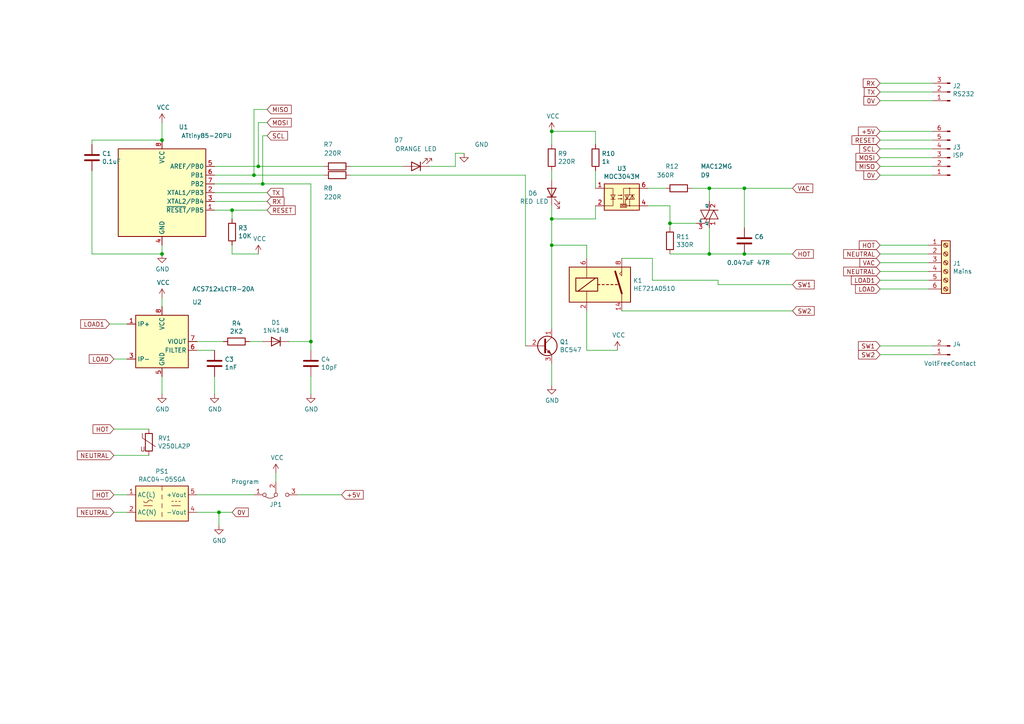
<source format=kicad_sch>
(kicad_sch (version 20211123) (generator eeschema)
  (paper "A4")
  (lib_symbols
    (symbol "Connector:Conn_01x02_Male" (pin_names (offset 1.016) hide)
      (property "Reference" "J" (at 0 2.54 0))
      (property "Value" "Conn_01x02_Male" (at 0 -5.08 0))
      (symbol "Conn_01x02_Male_1_1"
        (polyline (pts (xy 1.27 -2.54) (xy 0.8636 -2.54)) (stroke (width 0.1524)))
        (polyline (pts (xy 1.27 0) (xy 0.8636 0)) (stroke (width 0.1524)))
        (rectangle (start 0.8636 -2.413) (end 0 -2.667) (stroke (width 0.1524)) (fill (type outline)))
        (rectangle (start 0.8636 0.127) (end 0 -0.127) (stroke (width 0.1524)) (fill (type outline)))
        (pin passive line (at 5.08 0 180) (length 3.81) (name "Pin_1") (number "1"))
        (pin passive line (at 5.08 -2.54 180) (length 3.81) (name "Pin_2") (number "2"))
      )
    )
    (symbol "Connector:Conn_01x03_Male" (pin_names (offset 1.016) hide)
      (property "Reference" "J" (at 0 5.08 0))
      (property "Value" "Conn_01x03_Male" (at 0 -5.08 0))
      (symbol "Conn_01x03_Male_1_1"
        (polyline (pts (xy 1.27 -2.54) (xy 0.8636 -2.54)) (stroke (width 0.1524)))
        (polyline (pts (xy 1.27 0) (xy 0.8636 0)) (stroke (width 0.1524)))
        (polyline (pts (xy 1.27 2.54) (xy 0.8636 2.54)) (stroke (width 0.1524)))
        (rectangle (start 0.8636 -2.413) (end 0 -2.667) (stroke (width 0.1524)) (fill (type outline)))
        (rectangle (start 0.8636 0.127) (end 0 -0.127) (stroke (width 0.1524)) (fill (type outline)))
        (rectangle (start 0.8636 2.667) (end 0 2.413) (stroke (width 0.1524)) (fill (type outline)))
        (pin passive line (at 5.08 2.54 180) (length 3.81) (name "Pin_1") (number "1"))
        (pin passive line (at 5.08 0 180) (length 3.81) (name "Pin_2") (number "2"))
        (pin passive line (at 5.08 -2.54 180) (length 3.81) (name "Pin_3") (number "3"))
      )
    )
    (symbol "Connector:Conn_01x06_Male" (pin_names (offset 1.016) hide)
      (property "Reference" "J" (at 0 7.62 0))
      (property "Value" "Conn_01x06_Male" (at 0 -10.16 0))
      (symbol "Conn_01x06_Male_1_1"
        (polyline (pts (xy 1.27 -7.62) (xy 0.8636 -7.62)) (stroke (width 0.1524)))
        (polyline (pts (xy 1.27 -5.08) (xy 0.8636 -5.08)) (stroke (width 0.1524)))
        (polyline (pts (xy 1.27 -2.54) (xy 0.8636 -2.54)) (stroke (width 0.1524)))
        (polyline (pts (xy 1.27 0) (xy 0.8636 0)) (stroke (width 0.1524)))
        (polyline (pts (xy 1.27 2.54) (xy 0.8636 2.54)) (stroke (width 0.1524)))
        (polyline (pts (xy 1.27 5.08) (xy 0.8636 5.08)) (stroke (width 0.1524)))
        (rectangle (start 0.8636 -7.493) (end 0 -7.747) (stroke (width 0.1524)) (fill (type outline)))
        (rectangle (start 0.8636 -4.953) (end 0 -5.207) (stroke (width 0.1524)) (fill (type outline)))
        (rectangle (start 0.8636 -2.413) (end 0 -2.667) (stroke (width 0.1524)) (fill (type outline)))
        (rectangle (start 0.8636 0.127) (end 0 -0.127) (stroke (width 0.1524)) (fill (type outline)))
        (rectangle (start 0.8636 2.667) (end 0 2.413) (stroke (width 0.1524)) (fill (type outline)))
        (rectangle (start 0.8636 5.207) (end 0 4.953) (stroke (width 0.1524)) (fill (type outline)))
        (pin passive line (at 5.08 5.08 180) (length 3.81) (name "Pin_1") (number "1"))
        (pin passive line (at 5.08 2.54 180) (length 3.81) (name "Pin_2") (number "2"))
        (pin passive line (at 5.08 0 180) (length 3.81) (name "Pin_3") (number "3"))
        (pin passive line (at 5.08 -2.54 180) (length 3.81) (name "Pin_4") (number "4"))
        (pin passive line (at 5.08 -5.08 180) (length 3.81) (name "Pin_5") (number "5"))
        (pin passive line (at 5.08 -7.62 180) (length 3.81) (name "Pin_6") (number "6"))
      )
    )
    (symbol "Connector:Screw_Terminal_01x06" (pin_names (offset 1.016) hide)
      (property "Reference" "J" (at 0 7.62 0))
      (property "Value" "Screw_Terminal_01x06" (at 0 -10.16 0))
      (symbol "Screw_Terminal_01x06_1_1"
        (rectangle (start -1.27 6.35) (end 1.27 -8.89) (stroke (width 0.254)) (fill (type background)))
        (circle (center 0 -7.62) (radius 0.635) (stroke (width 0.1524)))
        (circle (center 0 -5.08) (radius 0.635) (stroke (width 0.1524)))
        (circle (center 0 -2.54) (radius 0.635) (stroke (width 0.1524)))
        (polyline (pts (xy -0.5334 -7.2898) (xy 0.3302 -8.128)) (stroke (width 0.1524)))
        (polyline (pts (xy -0.5334 -4.7498) (xy 0.3302 -5.588)) (stroke (width 0.1524)))
        (polyline (pts (xy -0.5334 -2.2098) (xy 0.3302 -3.048)) (stroke (width 0.1524)))
        (polyline (pts (xy -0.5334 0.3302) (xy 0.3302 -0.508)) (stroke (width 0.1524)))
        (polyline (pts (xy -0.5334 2.8702) (xy 0.3302 2.032)) (stroke (width 0.1524)))
        (polyline (pts (xy -0.5334 5.4102) (xy 0.3302 4.572)) (stroke (width 0.1524)))
        (polyline (pts (xy -0.3556 -7.112) (xy 0.508 -7.9502)) (stroke (width 0.1524)))
        (polyline (pts (xy -0.3556 -4.572) (xy 0.508 -5.4102)) (stroke (width 0.1524)))
        (polyline (pts (xy -0.3556 -2.032) (xy 0.508 -2.8702)) (stroke (width 0.1524)))
        (polyline (pts (xy -0.3556 0.508) (xy 0.508 -0.3302)) (stroke (width 0.1524)))
        (polyline (pts (xy -0.3556 3.048) (xy 0.508 2.2098)) (stroke (width 0.1524)))
        (polyline (pts (xy -0.3556 5.588) (xy 0.508 4.7498)) (stroke (width 0.1524)))
        (circle (center 0 0) (radius 0.635) (stroke (width 0.1524)))
        (circle (center 0 2.54) (radius 0.635) (stroke (width 0.1524)))
        (circle (center 0 5.08) (radius 0.635) (stroke (width 0.1524)))
        (pin passive line (at -5.08 5.08 0) (length 3.81) (name "Pin_1") (number "1"))
        (pin passive line (at -5.08 2.54 0) (length 3.81) (name "Pin_2") (number "2"))
        (pin passive line (at -5.08 0 0) (length 3.81) (name "Pin_3") (number "3"))
        (pin passive line (at -5.08 -2.54 0) (length 3.81) (name "Pin_4") (number "4"))
        (pin passive line (at -5.08 -5.08 0) (length 3.81) (name "Pin_5") (number "5"))
        (pin passive line (at -5.08 -7.62 0) (length 3.81) (name "Pin_6") (number "6"))
      )
    )
    (symbol "Converter_ACDC:RAC04-05SGA"
      (property "Reference" "PS" (at 0 6.35 0))
      (property "Value" "RAC04-05SGA" (at 0 -6.35 0))
      (symbol "RAC04-05SGA_1_1"
        (rectangle (start -7.62 5.08) (end 7.62 -5.08) (stroke (width 0.254)) (fill (type background)))
        (arc (start -5.334 0.635) (mid -4.699 0.2495) (end -4.064 0.635))
        (arc (start -2.794 0.635) (mid -3.429 1.0072) (end -4.064 0.635))
        (polyline (pts (xy -5.334 -0.635) (xy -2.794 -0.635)))
        (polyline (pts (xy 0 -2.54) (xy 0 -3.81)))
        (polyline (pts (xy 0 0) (xy 0 -1.27)))
        (polyline (pts (xy 0 2.54) (xy 0 1.27)))
        (polyline (pts (xy 0 5.08) (xy 0 3.81)))
        (polyline (pts (xy 2.794 -0.635) (xy 5.334 -0.635)))
        (polyline (pts (xy 2.794 0.635) (xy 3.302 0.635)))
        (polyline (pts (xy 3.81 0.635) (xy 4.318 0.635)))
        (polyline (pts (xy 4.826 0.635) (xy 5.334 0.635)))
        (pin power_in line (at -10.16 2.54 0) (length 2.54) (name "AC(L)") (number "1"))
        (pin power_in line (at -10.16 -2.54 0) (length 2.54) (name "AC(N)") (number "2"))
        (pin no_connect line (at 7.62 0 180) (length 2.54) hide (name "NC") (number "3"))
        (pin power_out line (at 10.16 -2.54 180) (length 2.54) (name "-Vout") (number "4"))
        (pin power_out line (at 10.16 2.54 180) (length 2.54) (name "+Vout") (number "5"))
      )
    )
    (symbol "Device:C" (pin_numbers hide) (pin_names (offset 0.254))
      (property "Reference" "C" (at 0.635 2.54 0))
      (property "Value" "C" (at 0.635 -2.54 0))
      (symbol "C_0_1"
        (polyline (pts (xy -2.032 -0.762) (xy 2.032 -0.762)) (stroke (width 0.508)))
        (polyline (pts (xy -2.032 0.762) (xy 2.032 0.762)) (stroke (width 0.508)))
      )
      (symbol "C_1_1"
        (pin passive line (at 0 3.81 270) (length 2.794) (name "~") (number "1"))
        (pin passive line (at 0 -3.81 90) (length 2.794) (name "~") (number "2"))
      )
    )
    (symbol "Device:LED" (pin_numbers hide) (pin_names (offset 1.016) hide)
      (property "Reference" "D" (at 0 2.54 0))
      (property "Value" "LED" (at 0 -2.54 0))
      (symbol "LED_0_1"
        (polyline (pts (xy -1.27 -1.27) (xy -1.27 1.27)) (stroke (width 0.254)))
        (polyline (pts (xy -1.27 0) (xy 1.27 0)))
        (polyline (pts (xy 1.27 -1.27) (xy 1.27 1.27) (xy -1.27 0) (xy 1.27 -1.27)) (stroke (width 0.254)))
        (polyline (pts (xy -3.048 -0.762) (xy -4.572 -2.286) (xy -3.81 -2.286) (xy -4.572 -2.286) (xy -4.572 -1.524)))
        (polyline (pts (xy -1.778 -0.762) (xy -3.302 -2.286) (xy -2.54 -2.286) (xy -3.302 -2.286) (xy -3.302 -1.524)))
      )
      (symbol "LED_1_1"
        (pin passive line (at -3.81 0 0) (length 2.54) (name "K") (number "1"))
        (pin passive line (at 3.81 0 180) (length 2.54) (name "A") (number "2"))
      )
    )
    (symbol "Device:Q_TRIAC_A1A2G" (pin_names (offset 0))
      (property "Reference" "D" (at 3.175 0.635 0))
      (property "Value" "Q_TRIAC_A1A2G" (at 3.175 -1.27 0))
      (symbol "Q_TRIAC_A1A2G_0_1"
        (polyline (pts (xy -2.54 -1.27) (xy 2.54 -1.27)) (stroke (width 0.2032)))
        (polyline (pts (xy -2.54 1.27) (xy 2.54 1.27)) (stroke (width 0.2032)))
        (polyline (pts (xy -1.27 -2.54) (xy -0.635 -1.27)))
        (polyline (pts (xy -2.54 1.27) (xy -1.27 -1.27) (xy 0 1.27)) (stroke (width 0.2032)))
        (polyline (pts (xy 0 -1.27) (xy 1.27 1.27) (xy 2.54 -1.27)) (stroke (width 0.2032)))
      )
      (symbol "Q_TRIAC_A1A2G_1_1"
        (pin passive line (at 0 -3.81 90) (length 2.54) (name "A1") (number "1"))
        (pin passive line (at 0 3.81 270) (length 2.54) (name "A2") (number "2"))
        (pin input line (at -3.81 -2.54 0) (length 2.54) (name "G") (number "3"))
      )
    )
    (symbol "Device:R" (pin_numbers hide) (pin_names (offset 0))
      (property "Reference" "R" (at 2.032 0 90))
      (property "Value" "R" (at 0 0 90))
      (symbol "R_0_1"
        (rectangle (start -1.016 -2.54) (end 1.016 2.54) (stroke (width 0.254)))
      )
      (symbol "R_1_1"
        (pin passive line (at 0 3.81 270) (length 1.27) (name "~") (number "1"))
        (pin passive line (at 0 -3.81 90) (length 1.27) (name "~") (number "2"))
      )
    )
    (symbol "Device:Varistor" (pin_numbers hide) (pin_names (offset 0))
      (property "Reference" "RV" (at 3.175 0 90))
      (property "Value" "Varistor" (at -3.175 0 90))
      (symbol "Varistor_0_0"
        (text "U" (at -1.778 -2.032 0) (effects (font (size 1.27 1.27))))
      )
      (symbol "Varistor_0_1"
        (rectangle (start -1.016 -2.54) (end 1.016 2.54) (stroke (width 0.254)))
        (polyline (pts (xy -1.905 2.54) (xy -1.905 1.27) (xy 1.905 -1.27)))
      )
      (symbol "Varistor_1_1"
        (pin passive line (at 0 3.81 270) (length 1.27) (name "~") (number "1"))
        (pin passive line (at 0 -3.81 90) (length 1.27) (name "~") (number "2"))
      )
    )
    (symbol "Diode:1N4148" (pin_numbers hide) (pin_names (offset 1.016) hide)
      (property "Reference" "D" (at 0 2.54 0))
      (property "Value" "1N4148" (at 0 -2.54 0))
      (symbol "1N4148_0_1"
        (polyline (pts (xy -1.27 1.27) (xy -1.27 -1.27)) (stroke (width 0.254)))
        (polyline (pts (xy 1.27 0) (xy -1.27 0)))
        (polyline (pts (xy 1.27 1.27) (xy 1.27 -1.27) (xy -1.27 0) (xy 1.27 1.27)) (stroke (width 0.254)))
      )
      (symbol "1N4148_1_1"
        (pin passive line (at -3.81 0 0) (length 2.54) (name "K") (number "1"))
        (pin passive line (at 3.81 0 180) (length 2.54) (name "A") (number "2"))
      )
    )
    (symbol "Jumper:Jumper_3_Bridged12" (pin_names (offset 0) hide)
      (property "Reference" "JP" (at -2.54 -2.54 0))
      (property "Value" "Jumper_3_Bridged12" (at 0 2.794 0))
      (symbol "Jumper_3_Bridged12_0_0"
        (circle (center -3.302 0) (radius 0.508))
        (circle (center 0 0) (radius 0.508))
        (circle (center 3.302 0) (radius 0.508))
      )
      (symbol "Jumper_3_Bridged12_0_1"
        (arc (start -0.254 0.508) (mid -1.651 0.9912) (end -3.048 0.508))
        (polyline (pts (xy 0 -1.27) (xy 0 -0.508)))
      )
      (symbol "Jumper_3_Bridged12_1_1"
        (pin passive line (at -6.35 0 0) (length 2.54) (name "A") (number "1"))
        (pin input line (at 0 -3.81 90) (length 2.54) (name "C") (number "2"))
        (pin passive line (at 6.35 0 180) (length 2.54) (name "B") (number "3"))
      )
    )
    (symbol "MCU_Microchip_ATtiny:ATtiny85-20PU"
      (property "Reference" "U" (at -12.7 13.97 0))
      (property "Value" "MCU_Microchip_ATtiny_ATtiny85-20PU" (at 2.54 -13.97 0))
      (symbol "ATtiny85-20PU_0_1"
        (rectangle (start -12.7 -12.7) (end 12.7 12.7) (stroke (width 0.254)) (fill (type background)))
      )
      (symbol "ATtiny85-20PU_1_1"
        (pin bidirectional line (at 15.24 -5.08 180) (length 2.54) (name "~{RESET}/PB5") (number "1"))
        (pin bidirectional line (at 15.24 0 180) (length 2.54) (name "XTAL1/PB3") (number "2"))
        (pin bidirectional line (at 15.24 -2.54 180) (length 2.54) (name "XTAL2/PB4") (number "3"))
        (pin power_in line (at 0 -15.24 90) (length 2.54) (name "GND") (number "4"))
        (pin bidirectional line (at 15.24 7.62 180) (length 2.54) (name "AREF/PB0") (number "5"))
        (pin bidirectional line (at 15.24 5.08 180) (length 2.54) (name "PB1") (number "6"))
        (pin bidirectional line (at 15.24 2.54 180) (length 2.54) (name "PB2") (number "7"))
        (pin power_in line (at 0 15.24 270) (length 2.54) (name "VCC") (number "8"))
      )
    )
    (symbol "Relay:DIPxx-1Axx-13x"
      (property "Reference" "K" (at 8.89 3.81 0))
      (property "Value" "DIPxx-1Axx-13x" (at 8.89 1.27 0))
      (symbol "DIPxx-1Axx-13x_0_0"
        (polyline (pts (xy 5.08 5.08) (xy 5.08 2.54) (xy 4.445 3.175) (xy 5.08 3.81)))
      )
      (symbol "DIPxx-1Axx-13x_0_1"
        (rectangle (start -10.16 5.08) (end 7.62 -5.08) (stroke (width 0.254)) (fill (type background)))
        (rectangle (start -8.255 1.905) (end -1.905 -1.905) (stroke (width 0.254)))
        (polyline (pts (xy -7.62 -1.905) (xy -2.54 1.905)) (stroke (width 0.254)))
        (polyline (pts (xy -5.08 -5.08) (xy -5.08 -1.905)))
        (polyline (pts (xy -5.08 5.08) (xy -5.08 1.905)))
        (polyline (pts (xy -1.905 0) (xy -1.27 0)) (stroke (width 0.254)))
        (polyline (pts (xy -0.635 0) (xy 0 0)) (stroke (width 0.254)))
        (polyline (pts (xy 0.635 0) (xy 1.27 0)) (stroke (width 0.254)))
        (polyline (pts (xy 1.905 0) (xy 2.54 0)) (stroke (width 0.254)))
        (polyline (pts (xy 3.175 0) (xy 3.81 0)) (stroke (width 0.254)))
        (polyline (pts (xy 5.08 -2.54) (xy 3.175 3.81)) (stroke (width 0.508)))
        (polyline (pts (xy 5.08 -2.54) (xy 5.08 -5.08)))
      )
      (symbol "DIPxx-1Axx-13x_1_1"
        (pin passive line (at 5.08 -7.62 90) (length 2.54) (name "~") (number "14"))
        (pin passive line (at -5.08 -7.62 90) (length 2.54) (name "~") (number "2"))
        (pin passive line (at -5.08 7.62 270) (length 2.54) (name "~") (number "6"))
        (pin passive line (at 5.08 7.62 270) (length 2.54) (name "~") (number "8"))
      )
    )
    (symbol "Relay_SolidState:MOC3043M"
      (property "Reference" "U" (at -5.08 5.08 0))
      (property "Value" "MOC3043M" (at 0 5.08 0))
      (symbol "MOC3043M_0_0"
        (rectangle (start -0.381 -2.032) (end 1.397 -3.048))
        (polyline (pts (xy 2.286 -2.54) (xy 1.397 -2.54)))
        (polyline (pts (xy 1.524 -0.635) (xy 1.016 -1.016) (xy 1.016 -2.032)))
        (text "ZCD" (at 0.508 -2.54 0) (effects (font (size 0.508 0.508))))
      )
      (symbol "MOC3043M_0_1"
        (rectangle (start -5.08 3.81) (end 5.08 -3.81) (stroke (width 0.254)) (fill (type background)))
        (polyline (pts (xy -3.175 -0.635) (xy -1.905 -0.635)))
        (polyline (pts (xy 1.524 -0.635) (xy 1.524 0.635)))
        (polyline (pts (xy 3.048 0.635) (xy 3.048 -0.635)))
        (polyline (pts (xy 2.286 -0.635) (xy 2.286 -2.54) (xy 5.08 -2.54)))
        (polyline (pts (xy 2.286 0.635) (xy 2.286 2.54) (xy 5.08 2.54)))
        (polyline (pts (xy 2.286 2.54) (xy 0.508 2.54) (xy 0.508 -2.032)))
        (polyline (pts (xy -5.08 2.54) (xy -2.54 2.54) (xy -2.54 -2.54) (xy -5.08 -2.54)))
        (polyline (pts (xy -2.54 -0.635) (xy -3.175 0.635) (xy -1.905 0.635) (xy -2.54 -0.635)))
        (polyline (pts (xy 0.889 -0.635) (xy 3.683 -0.635) (xy 3.048 0.635) (xy 2.413 -0.635)))
        (polyline (pts (xy 3.683 0.635) (xy 0.889 0.635) (xy 1.524 -0.635) (xy 2.159 0.635)))
        (polyline (pts (xy -1.143 -0.508) (xy 0.127 -0.508) (xy -0.254 -0.635) (xy -0.254 -0.381) (xy 0.127 -0.508)))
        (polyline (pts (xy -1.143 0.508) (xy 0.127 0.508) (xy -0.254 0.381) (xy -0.254 0.635) (xy 0.127 0.508)))
        (circle (center 2.286 -2.54) (radius 0.127))
        (circle (center 2.286 2.54) (radius 0.127))
      )
      (symbol "MOC3043M_1_1"
        (pin passive line (at -7.62 2.54 0) (length 2.54) (name "~") (number "1"))
        (pin passive line (at -7.62 -2.54 0) (length 2.54) (name "~") (number "2"))
        (pin no_connect line (at -5.08 0 0) (length 2.54) hide (name "NC") (number "3"))
        (pin passive line (at 7.62 -2.54 180) (length 2.54) (name "~") (number "4"))
        (pin no_connect line (at 5.08 0 180) (length 2.54) hide (name "NC") (number "5"))
        (pin passive line (at 7.62 2.54 180) (length 2.54) (name "~") (number "6"))
      )
    )
    (symbol "Sensor_Current:ACS712xLCTR-20A"
      (property "Reference" "U" (at 2.54 11.43 0))
      (property "Value" "ACS712xLCTR-20A" (at 2.54 8.89 0))
      (symbol "ACS712xLCTR-20A_0_1"
        (rectangle (start -7.62 7.62) (end 7.62 -7.62) (stroke (width 0.254)) (fill (type background)))
      )
      (symbol "ACS712xLCTR-20A_1_1"
        (pin passive line (at -10.16 5.08 0) (length 2.54) (name "IP+") (number "1"))
        (pin passive line (at -10.16 5.08 0) (length 2.54) hide (name "IP+") (number "2"))
        (pin passive line (at -10.16 -5.08 0) (length 2.54) (name "IP-") (number "3"))
        (pin passive line (at -10.16 -5.08 0) (length 2.54) hide (name "IP-") (number "4"))
        (pin power_in line (at 0 -10.16 90) (length 2.54) (name "GND") (number "5"))
        (pin passive line (at 10.16 -2.54 180) (length 2.54) (name "FILTER") (number "6"))
        (pin output line (at 10.16 0 180) (length 2.54) (name "VIOUT") (number "7"))
        (pin power_in line (at 0 10.16 270) (length 2.54) (name "VCC") (number "8"))
      )
    )
    (symbol "Transistor_BJT:BC547" (pin_names (offset 0) hide)
      (property "Reference" "Q" (at 5.08 1.905 0))
      (property "Value" "BC547" (at 5.08 0 0))
      (symbol "BC547_0_1"
        (polyline (pts (xy 0 0) (xy 0.635 0)))
        (polyline (pts (xy 0.635 0.635) (xy 2.54 2.54)))
        (polyline (pts (xy 0.635 -0.635) (xy 2.54 -2.54) (xy 2.54 -2.54)))
        (polyline (pts (xy 0.635 1.905) (xy 0.635 -1.905) (xy 0.635 -1.905)) (stroke (width 0.508)))
        (polyline (pts (xy 1.27 -1.778) (xy 1.778 -1.27) (xy 2.286 -2.286) (xy 1.27 -1.778) (xy 1.27 -1.778)) (fill (type outline)))
        (circle (center 1.27 0) (radius 2.8194) (stroke (width 0.254)))
      )
      (symbol "BC547_1_1"
        (pin passive line (at 2.54 5.08 270) (length 2.54) (name "C") (number "1"))
        (pin input line (at -5.08 0 0) (length 5.08) (name "B") (number "2"))
        (pin passive line (at 2.54 -5.08 90) (length 2.54) (name "E") (number "3"))
      )
    )
    (symbol "power:GND" (power) (pin_names (offset 0))
      (property "Value" "GND" (at 0 -3.81 0))
      (symbol "GND_0_1"
        (polyline (pts (xy 0 0) (xy 0 -1.27) (xy 1.27 -1.27) (xy 0 -2.54) (xy -1.27 -1.27) (xy 0 -1.27)))
      )
      (symbol "GND_1_1"
        (pin power_in line (at 0 0 270) (length 0) hide (name "GND") (number "1"))
      )
    )
    (symbol "power:VCC" (power) (pin_names (offset 0))
      (property "Value" "VCC" (at 0 3.81 0))
      (symbol "VCC_0_1"
        (polyline (pts (xy -0.762 1.27) (xy 0 2.54)))
        (polyline (pts (xy 0 0) (xy 0 2.54)))
        (polyline (pts (xy 0 2.54) (xy 0.762 1.27)))
      )
      (symbol "VCC_1_1"
        (pin power_in line (at 0 0 90) (length 0) hide (name "VCC") (number "1"))
      )
    )
  )
  (junction (at 215.9 54.61))
  (junction (at 76.2 53.34))
  (junction (at 160.02 38.1))
  (junction (at 73.66 50.8))
  (junction (at 46.99 40.64))
  (junction (at 67.31 60.96))
  (junction (at 205.74 73.66))
  (junction (at 63.5 148.59))
  (junction (at 194.31 64.77))
  (junction (at 90.17 99.06))
  (junction (at 160.02 71.12))
  (junction (at 215.9 73.66))
  (junction (at 205.74 54.61))
  (junction (at 46.99 73.66))
  (junction (at 74.93 48.26))
  (junction (at 160.02 63.5))
  (wire (pts (xy 62.23 48.26) (xy 74.93 48.26)))
  (wire (pts (xy 270.51 40.64) (xy 255.27 40.64)))
  (wire (pts (xy 33.02 104.14) (xy 36.83 104.14)))
  (wire (pts (xy 189.23 74.93) (xy 189.23 81.28)))
  (wire (pts (xy 255.27 43.18) (xy 270.51 43.18)))
  (wire (pts (xy 269.24 73.66) (xy 255.27 73.66)))
  (wire (pts (xy 172.72 49.53) (xy 172.72 54.61)))
  (wire (pts (xy 255.27 71.12) (xy 269.24 71.12)))
  (wire (pts (xy 194.31 64.77) (xy 194.31 66.04)))
  (wire (pts (xy 31.75 93.98) (xy 36.83 93.98)))
  (wire (pts (xy 90.17 99.06) (xy 90.17 101.6)))
  (wire (pts (xy 170.18 101.6) (xy 179.07 101.6)))
  (wire (pts (xy 57.15 148.59) (xy 63.5 148.59)))
  (wire (pts (xy 26.67 73.66) (xy 46.99 73.66)))
  (wire (pts (xy 86.36 143.51) (xy 99.06 143.51)))
  (wire (pts (xy 62.23 58.42) (xy 77.47 58.42)))
  (wire (pts (xy 172.72 38.1) (xy 172.72 41.91)))
  (wire (pts (xy 77.47 39.37) (xy 76.2 39.37)))
  (wire (pts (xy 172.72 63.5) (xy 160.02 63.5)))
  (wire (pts (xy 160.02 59.69) (xy 160.02 63.5)))
  (wire (pts (xy 160.02 105.41) (xy 160.02 111.76)))
  (wire (pts (xy 255.27 76.2) (xy 269.24 76.2)))
  (wire (pts (xy 26.67 41.91) (xy 26.67 40.64)))
  (wire (pts (xy 62.23 55.88) (xy 77.47 55.88)))
  (wire (pts (xy 62.23 109.22) (xy 62.23 114.3)))
  (wire (pts (xy 170.18 71.12) (xy 170.18 74.93)))
  (wire (pts (xy 187.96 59.69) (xy 194.31 59.69)))
  (wire (pts (xy 67.31 71.12) (xy 67.31 73.66)))
  (wire (pts (xy 74.93 35.56) (xy 74.93 48.26)))
  (wire (pts (xy 57.15 101.6) (xy 62.23 101.6)))
  (wire (pts (xy 33.02 132.08) (xy 43.18 132.08)))
  (wire (pts (xy 33.02 148.59) (xy 36.83 148.59)))
  (wire (pts (xy 270.51 102.87) (xy 255.27 102.87)))
  (wire (pts (xy 270.51 45.72) (xy 255.27 45.72)))
  (wire (pts (xy 33.02 143.51) (xy 36.83 143.51)))
  (wire (pts (xy 205.74 54.61) (xy 215.9 54.61)))
  (wire (pts (xy 46.99 109.22) (xy 46.99 114.3)))
  (wire (pts (xy 77.47 35.56) (xy 74.93 35.56)))
  (wire (pts (xy 180.34 74.93) (xy 189.23 74.93)))
  (wire (pts (xy 90.17 109.22) (xy 90.17 114.3)))
  (wire (pts (xy 255.27 100.33) (xy 270.51 100.33)))
  (wire (pts (xy 160.02 38.1) (xy 160.02 41.91)))
  (wire (pts (xy 72.39 99.06) (xy 76.2 99.06)))
  (wire (pts (xy 124.46 48.26) (xy 132.08 48.26)))
  (wire (pts (xy 255.27 38.1) (xy 270.51 38.1)))
  (wire (pts (xy 62.23 50.8) (xy 73.66 50.8)))
  (wire (pts (xy 255.27 24.13) (xy 270.51 24.13)))
  (wire (pts (xy 62.23 53.34) (xy 76.2 53.34)))
  (wire (pts (xy 208.28 81.28) (xy 208.28 82.55)))
  (wire (pts (xy 205.74 54.61) (xy 205.74 58.42)))
  (wire (pts (xy 63.5 148.59) (xy 63.5 152.4)))
  (wire (pts (xy 63.5 148.59) (xy 67.31 148.59)))
  (wire (pts (xy 160.02 49.53) (xy 160.02 52.07)))
  (wire (pts (xy 187.96 54.61) (xy 193.04 54.61)))
  (wire (pts (xy 270.51 26.67) (xy 255.27 26.67)))
  (wire (pts (xy 73.66 31.75) (xy 73.66 50.8)))
  (wire (pts (xy 205.74 66.04) (xy 205.74 73.66)))
  (wire (pts (xy 194.31 59.69) (xy 194.31 64.77)))
  (wire (pts (xy 26.67 40.64) (xy 46.99 40.64)))
  (wire (pts (xy 80.01 137.16) (xy 80.01 139.7)))
  (wire (pts (xy 33.02 124.46) (xy 43.18 124.46)))
  (wire (pts (xy 83.82 99.06) (xy 90.17 99.06)))
  (wire (pts (xy 201.93 64.77) (xy 194.31 64.77)))
  (wire (pts (xy 74.93 48.26) (xy 93.98 48.26)))
  (wire (pts (xy 67.31 73.66) (xy 74.93 73.66)))
  (wire (pts (xy 160.02 38.1) (xy 172.72 38.1)))
  (wire (pts (xy 101.6 48.26) (xy 116.84 48.26)))
  (wire (pts (xy 76.2 53.34) (xy 90.17 53.34)))
  (wire (pts (xy 200.66 54.61) (xy 205.74 54.61)))
  (wire (pts (xy 170.18 71.12) (xy 160.02 71.12)))
  (wire (pts (xy 215.9 73.66) (xy 229.87 73.66)))
  (wire (pts (xy 132.08 48.26) (xy 132.08 44.45)))
  (wire (pts (xy 269.24 78.74) (xy 255.27 78.74)))
  (wire (pts (xy 67.31 60.96) (xy 67.31 63.5)))
  (wire (pts (xy 170.18 90.17) (xy 170.18 101.6)))
  (wire (pts (xy 205.74 73.66) (xy 194.31 73.66)))
  (wire (pts (xy 46.99 71.12) (xy 46.99 73.66)))
  (wire (pts (xy 215.9 73.66) (xy 205.74 73.66)))
  (wire (pts (xy 160.02 63.5) (xy 160.02 71.12)))
  (wire (pts (xy 46.99 35.56) (xy 46.99 40.64)))
  (wire (pts (xy 62.23 60.96) (xy 67.31 60.96)))
  (wire (pts (xy 270.51 50.8) (xy 255.27 50.8)))
  (wire (pts (xy 101.6 50.8) (xy 152.4 50.8)))
  (wire (pts (xy 73.66 50.8) (xy 93.98 50.8)))
  (wire (pts (xy 77.47 31.75) (xy 73.66 31.75)))
  (wire (pts (xy 46.99 86.36) (xy 46.99 88.9)))
  (wire (pts (xy 160.02 71.12) (xy 160.02 95.25)))
  (wire (pts (xy 152.4 50.8) (xy 152.4 100.33)))
  (wire (pts (xy 57.15 143.51) (xy 73.66 143.51)))
  (wire (pts (xy 67.31 60.96) (xy 77.47 60.96)))
  (wire (pts (xy 255.27 29.21) (xy 270.51 29.21)))
  (wire (pts (xy 57.15 99.06) (xy 64.77 99.06)))
  (wire (pts (xy 255.27 48.26) (xy 270.51 48.26)))
  (wire (pts (xy 180.34 90.17) (xy 229.87 90.17)))
  (wire (pts (xy 90.17 53.34) (xy 90.17 99.06)))
  (wire (pts (xy 208.28 82.55) (xy 229.87 82.55)))
  (wire (pts (xy 76.2 39.37) (xy 76.2 53.34)))
  (wire (pts (xy 189.23 81.28) (xy 208.28 81.28)))
  (wire (pts (xy 172.72 59.69) (xy 172.72 63.5)))
  (wire (pts (xy 269.24 83.82) (xy 255.27 83.82)))
  (wire (pts (xy 132.08 44.45) (xy 134.62 44.45)))
  (wire (pts (xy 255.27 81.28) (xy 269.24 81.28)))
  (wire (pts (xy 26.67 49.53) (xy 26.67 73.66)))
  (wire (pts (xy 215.9 54.61) (xy 229.87 54.61)))
  (wire (pts (xy 215.9 54.61) (xy 215.9 66.04)))
  (global_label "NEUTRAL" (shape input) (at 255.27 78.74 180) (property "Intersheet References" "${INTERSHEET_REFS}" (effects hide)))
  (global_label "+5V" (shape input) (at 99.06 143.51 0) (property "Intersheet References" "${INTERSHEET_REFS}" (effects hide)))
  (global_label "0V" (shape input) (at 67.31 148.59 0) (property "Intersheet References" "${INTERSHEET_REFS}" (effects hide)))
  (global_label "TX" (shape input) (at 255.27 26.67 180) (property "Intersheet References" "${INTERSHEET_REFS}" (effects hide)))
  (global_label "NEUTRAL" (shape input) (at 255.27 73.66 180) (property "Intersheet References" "${INTERSHEET_REFS}" (effects hide)))
  (global_label "LOAD1" (shape input) (at 31.75 93.98 180) (property "Intersheet References" "${INTERSHEET_REFS}" (effects hide)))
  (global_label "RESET" (shape input) (at 77.47 60.96 0) (property "Intersheet References" "${INTERSHEET_REFS}" (effects hide)))
  (global_label "+5V" (shape input) (at 255.27 38.1 180) (property "Intersheet References" "${INTERSHEET_REFS}" (effects hide)))
  (global_label "HOT" (shape input) (at 33.02 143.51 180) (property "Intersheet References" "${INTERSHEET_REFS}" (effects hide)))
  (global_label "LOAD" (shape input) (at 255.27 83.82 180) (property "Intersheet References" "${INTERSHEET_REFS}" (effects hide)))
  (global_label "HOT" (shape input) (at 229.87 73.66 0) (property "Intersheet References" "${INTERSHEET_REFS}" (effects hide)))
  (global_label "SW2" (shape input) (at 255.27 102.87 180) (property "Intersheet References" "${INTERSHEET_REFS}" (effects hide)))
  (global_label "SW2" (shape input) (at 229.87 90.17 0) (property "Intersheet References" "${INTERSHEET_REFS}" (effects hide)))
  (global_label "MISO" (shape input) (at 255.27 48.26 180) (property "Intersheet References" "${INTERSHEET_REFS}" (effects hide)))
  (global_label "MOSI" (shape input) (at 255.27 45.72 180) (property "Intersheet References" "${INTERSHEET_REFS}" (effects hide)))
  (global_label "SW1" (shape input) (at 229.87 82.55 0) (property "Intersheet References" "${INTERSHEET_REFS}" (effects hide)))
  (global_label "NEUTRAL" (shape input) (at 33.02 132.08 180) (property "Intersheet References" "${INTERSHEET_REFS}" (effects hide)))
  (global_label "SCL" (shape input) (at 77.47 39.37 0) (property "Intersheet References" "${INTERSHEET_REFS}" (effects hide)))
  (global_label "LOAD" (shape input) (at 33.02 104.14 180) (property "Intersheet References" "${INTERSHEET_REFS}" (effects hide)))
  (global_label "0V" (shape input) (at 255.27 29.21 180) (property "Intersheet References" "${INTERSHEET_REFS}" (effects hide)))
  (global_label "LOAD1" (shape input) (at 255.27 81.28 180) (property "Intersheet References" "${INTERSHEET_REFS}" (effects hide)))
  (global_label "RX" (shape input) (at 255.27 24.13 180) (property "Intersheet References" "${INTERSHEET_REFS}" (effects hide)))
  (global_label "NEUTRAL" (shape input) (at 33.02 148.59 180) (property "Intersheet References" "${INTERSHEET_REFS}" (effects hide)))
  (global_label "MOSI" (shape input) (at 77.47 35.56 0) (property "Intersheet References" "${INTERSHEET_REFS}" (effects hide)))
  (global_label "0V" (shape input) (at 255.27 50.8 180) (property "Intersheet References" "${INTERSHEET_REFS}" (effects hide)))
  (global_label "RESET" (shape input) (at 255.27 40.64 180) (property "Intersheet References" "${INTERSHEET_REFS}" (effects hide)))
  (global_label "SW1" (shape input) (at 255.27 100.33 180) (property "Intersheet References" "${INTERSHEET_REFS}" (effects hide)))
  (global_label "VAC" (shape input) (at 229.87 54.61 0) (property "Intersheet References" "${INTERSHEET_REFS}" (effects hide)))
  (global_label "HOT" (shape input) (at 255.27 71.12 180) (property "Intersheet References" "${INTERSHEET_REFS}" (effects hide)))
  (global_label "MISO" (shape input) (at 77.47 31.75 0) (property "Intersheet References" "${INTERSHEET_REFS}" (effects hide)))
  (global_label "RX" (shape input) (at 77.47 58.42 0) (property "Intersheet References" "${INTERSHEET_REFS}" (effects hide)))
  (global_label "TX" (shape input) (at 77.47 55.88 0) (property "Intersheet References" "${INTERSHEET_REFS}" (effects hide)))
  (global_label "HOT" (shape input) (at 33.02 124.46 180) (property "Intersheet References" "${INTERSHEET_REFS}" (effects hide)))
  (global_label "VAC" (shape input) (at 255.27 76.2 180) (property "Intersheet References" "${INTERSHEET_REFS}" (effects hide)))
  (global_label "SCL" (shape input) (at 255.27 43.18 180) (property "Intersheet References" "${INTERSHEET_REFS}" (effects hide)))
  (symbol (lib_id "MCU_Microchip_ATtiny:ATtiny85-20PU") (at 46.99 55.88 0) (unit 1)
    (property "Reference" "U1" (at 54.61 36.83 0) (effects (justify right)))
    (property "Value" "ATtiny85-20PU" (at 67.31 39.37 0) (effects (justify right)))
    (property "Footprint" "Package_DIP:DIP-8_W7.62mm_LongPads" (effects hide))
    (property "Datasheet" "http://ww1.microchip.com/downloads/en/DeviceDoc/atmel-2586-avr-8-bit-microcontroller-attiny25-attiny45-attiny85_datasheet.pdf" (effects hide))
  )
  (symbol (lib_id "Sensor_Current:ACS712xLCTR-20A") (at 46.99 99.06 0) (unit 1)
    (property "Reference" "U2" (at 57.15 87.63 0))
    (property "Value" "ACS712xLCTR-20A" (at 64.77 83.82 0))
    (property "Footprint" "Package_SO:SOIC-8_3.9x4.9mm_P1.27mm" (effects hide))
    (property "Datasheet" "http://www.allegromicro.com/~/media/Files/Datasheets/ACS712-Datasheet.ashx?la=en" (effects hide))
  )
  (symbol (lib_id "Device:R") (at 97.79 48.26 90) (unit 1)
    (property "Reference" "R7" (at 96.52 41.91 90) (effects (justify left)))
    (property "Value" "220R" (at 99.06 44.45 90) (effects (justify left)))
    (property "Footprint" "Resistor_THT:R_Axial_DIN0207_L6.3mm_D2.5mm_P7.62mm_Horizontal" (effects hide))
  )
  (symbol (lib_id "Device:R") (at 97.79 50.8 90) (unit 1)
    (property "Reference" "R8" (at 96.52 54.61 90) (effects (justify left)))
    (property "Value" "220R" (at 99.06 57.15 90) (effects (justify left)))
    (property "Footprint" "Resistor_THT:R_Axial_DIN0207_L6.3mm_D2.5mm_P7.62mm_Horizontal" (effects hide))
  )
  (symbol (lib_id "Device:R") (at 68.58 99.06 270) (unit 1)
    (property "Reference" "R4" (at 68.58 93.8022 90))
    (property "Value" "2K2" (at 68.58 96.1136 90))
    (property "Footprint" "Resistor_THT:R_Axial_DIN0207_L6.3mm_D2.5mm_P7.62mm_Horizontal" (effects hide))
  )
  (symbol (lib_id "Diode:1N4148") (at 80.01 99.06 180) (unit 1)
    (property "Reference" "D1" (at 80.01 93.5482 0))
    (property "Value" "1N4148" (at 80.01 95.8596 0))
    (property "Footprint" "Diode_THT:D_DO-35_SOD27_P7.62mm_Horizontal" (effects hide))
    (property "Datasheet" "https://assets.nexperia.com/documents/data-sheet/1N4148_1N4448.pdf" (effects hide))
  )
  (symbol (lib_id "Device:C") (at 62.23 105.41 0) (unit 1)
    (property "Reference" "C3" (at 65.151 104.2416 0) (effects (justify left)))
    (property "Value" "1nF" (at 65.151 106.553 0) (effects (justify left)))
    (property "Footprint" "Capacitor_THT:CP_Radial_Tantal_D6.0mm_P5.00mm" (effects hide))
  )
  (symbol (lib_id "Device:C") (at 90.17 105.41 0) (unit 1)
    (property "Reference" "C4" (at 93.091 104.2416 0) (effects (justify left)))
    (property "Value" "10pF" (at 93.091 106.553 0) (effects (justify left)))
    (property "Footprint" "Capacitor_THT:CP_Radial_Tantal_D5.0mm_P5.00mm" (effects hide))
  )
  (symbol (lib_id "power:VCC") (at 46.99 35.56 0) (unit 1)
    (property "Reference" "#PWR01" (effects hide))
    (property "Value" "VCC" (at 47.371 31.1658 0))
  )
  (symbol (lib_id "power:VCC") (at 46.99 86.36 0) (unit 1)
    (property "Reference" "#PWR03" (effects hide))
    (property "Value" "VCC" (at 47.371 81.9658 0))
  )
  (symbol (lib_id "power:GND") (at 46.99 73.66 0) (unit 1)
    (property "Reference" "#PWR02" (effects hide))
    (property "Value" "GND" (at 47.117 78.0542 0))
  )
  (symbol (lib_id "power:GND") (at 46.99 114.3 0) (unit 1)
    (property "Reference" "#PWR04" (effects hide))
    (property "Value" "GND" (at 47.117 118.6942 0))
  )
  (symbol (lib_id "power:GND") (at 62.23 114.3 0) (unit 1)
    (property "Reference" "#PWR05" (effects hide))
    (property "Value" "GND" (at 62.357 118.6942 0))
  )
  (symbol (lib_id "power:GND") (at 90.17 114.3 0) (unit 1)
    (property "Reference" "#PWR06" (effects hide))
    (property "Value" "GND" (at 90.297 118.6942 0))
  )
  (symbol (lib_id "power:GND") (at 160.02 111.76 0) (unit 1)
    (property "Reference" "#PWR08" (effects hide))
    (property "Value" "GND" (at 160.147 116.1542 0))
  )
  (symbol (lib_id "Device:R") (at 196.85 54.61 90) (unit 1)
    (property "Reference" "R12" (at 196.85 48.26 90) (effects (justify left)))
    (property "Value" "360R" (at 195.58 50.8 90) (effects (justify left)))
    (property "Footprint" "Resistor_THT:R_Axial_DIN0207_L6.3mm_D2.5mm_P7.62mm_Horizontal" (effects hide))
  )
  (symbol (lib_id "power:GND") (at 134.62 44.45 0) (unit 1)
    (property "Reference" "#PWR09" (effects hide))
    (property "Value" "GND" (at 139.7 41.91 0))
  )
  (symbol (lib_id "Device:R") (at 194.31 69.85 0) (unit 1)
    (property "Reference" "R11" (at 196.088 68.6816 0) (effects (justify left)))
    (property "Value" "330R" (at 196.088 70.993 0) (effects (justify left)))
    (property "Footprint" "Resistor_THT:R_Axial_DIN0207_L6.3mm_D2.5mm_P7.62mm_Horizontal" (effects hide))
  )
  (symbol (lib_id "Device:C") (at 215.9 69.85 0) (unit 1)
    (property "Reference" "C6" (at 218.821 68.6816 0) (effects (justify left)))
    (property "Value" "0.047uF 47R" (at 210.82 76.2 0) (effects (justify left)))
    (property "Footprint" "Capacitor_THT:C_Rect_L16.5mm_W7.0mm_P15.00mm_MKT" (effects hide))
  )
  (symbol (lib_id "Device:R") (at 67.31 67.31 0) (unit 1)
    (property "Reference" "R3" (at 69.088 66.1416 0) (effects (justify left)))
    (property "Value" "10K" (at 69.088 68.453 0) (effects (justify left)))
    (property "Footprint" "Resistor_THT:R_Axial_DIN0207_L6.3mm_D2.5mm_P7.62mm_Horizontal" (effects hide))
  )
  (symbol (lib_id "Device:C") (at 26.67 45.72 0) (unit 1)
    (property "Reference" "C1" (at 29.591 44.5516 0) (effects (justify left)))
    (property "Value" "0.1uF" (at 29.591 46.863 0) (effects (justify left)))
    (property "Footprint" "Capacitor_THT:CP_Radial_Tantal_D5.0mm_P5.00mm" (effects hide))
  )
  (symbol (lib_id "Device:Q_TRIAC_A1A2G") (at 205.74 62.23 0) (unit 1)
    (property "Reference" "D9" (at 203.2 50.8 0) (effects (justify left)))
    (property "Value" "MAC12MG" (at 203.2 48.26 0) (effects (justify left)))
    (property "Footprint" "Package_TO_SOT_THT:TO-220-3_Vertical" (effects hide))
  )
  (symbol (lib_id "Device:LED") (at 160.02 55.88 90) (unit 1)
    (property "Reference" "D6" (at 154.5082 56.0578 90))
    (property "Value" "RED LED" (at 154.94 58.42 90))
    (property "Footprint" "LED_THT:LED_D3.0mm" (effects hide))
  )
  (symbol (lib_id "Device:LED") (at 120.65 48.26 180) (unit 1)
    (property "Reference" "D7" (at 115.57 40.64 0))
    (property "Value" "ORANGE LED" (at 120.65 43.18 0))
    (property "Footprint" "LED_THT:LED_D3.0mm" (effects hide))
  )
  (symbol (lib_id "Connector:Conn_01x03_Male") (at 275.59 26.67 180) (unit 1)
    (property "Reference" "J2" (at 276.3012 24.9428 0) (effects (justify right)))
    (property "Value" "RS232" (at 276.3012 27.2542 0) (effects (justify right)))
    (property "Footprint" "Connector_JST:JST_PH_B3B-PH-K_1x03_P2.00mm_Vertical" (effects hide))
  )
  (symbol (lib_id "Transistor_BJT:BC547") (at 157.48 100.33 0) (unit 1)
    (property "Reference" "Q1" (at 162.3314 99.1616 0) (effects (justify left)))
    (property "Value" "BC547" (at 162.3314 101.473 0) (effects (justify left)))
    (property "Footprint" "Package_TO_SOT_THT:TO-92_Inline" (effects hide))
    (property "Datasheet" "https://www.onsemi.com/pub/Collateral/BC550-D.pdf" (effects hide))
  )
  (symbol (lib_id "power:VCC") (at 160.02 38.1 0) (unit 1)
    (property "Reference" "#PWR07" (effects hide))
    (property "Value" "VCC" (at 160.401 33.7058 0))
  )
  (symbol (lib_id "Device:R") (at 160.02 45.72 0) (unit 1)
    (property "Reference" "R9" (at 161.798 44.5516 0) (effects (justify left)))
    (property "Value" "220R" (at 161.798 46.863 0) (effects (justify left)))
    (property "Footprint" "Resistor_THT:R_Axial_DIN0207_L6.3mm_D2.5mm_P7.62mm_Horizontal" (effects hide))
  )
  (symbol (lib_id "Device:R") (at 172.72 45.72 0) (unit 1)
    (property "Reference" "R10" (at 174.498 44.5516 0) (effects (justify left)))
    (property "Value" "1k" (at 174.498 46.863 0) (effects (justify left)))
    (property "Footprint" "Resistor_THT:R_Axial_DIN0207_L6.3mm_D2.5mm_P7.62mm_Horizontal" (effects hide))
  )
  (symbol (lib_id "Connector:Conn_01x06_Male") (at 275.59 45.72 180) (unit 1)
    (property "Reference" "J3" (at 276.3012 42.7228 0) (effects (justify right)))
    (property "Value" "ISP" (at 276.3012 45.0342 0) (effects (justify right)))
    (property "Footprint" "Connector_JST:JST_PH_B6B-PH-K_1x06_P2.00mm_Vertical" (effects hide))
  )
  (symbol (lib_id "Relay_SolidState:MOC3043M") (at 180.34 57.15 0) (unit 1)
    (property "Reference" "U3" (at 180.34 48.895 0))
    (property "Value" "MOC3043M" (at 180.34 51.2064 0))
    (property "Footprint" "Package_DIP:DIP-6_W7.62mm_LongPads" (effects hide))
    (property "Datasheet" "https://www.onsemi.com/pub/Collateral/MOC3043M-D.pdf" (effects hide))
  )
  (symbol (lib_id "Connector:Screw_Terminal_01x06") (at 274.32 76.2 0) (unit 1)
    (property "Reference" "J1" (at 276.352 76.4032 0) (effects (justify left)))
    (property "Value" "Mains" (at 276.352 78.7146 0) (effects (justify left)))
    (property "Footprint" "Samsys:1729160" (effects hide))
  )
  (symbol (lib_id "Relay:DIPxx-1Axx-13x") (at 175.26 82.55 0) (unit 1)
    (property "Reference" "K1" (at 183.642 81.3816 0) (effects (justify left)))
    (property "Value" "HE721A0510" (at 183.642 83.693 0) (effects (justify left)))
    (property "Footprint" "Relay_THT:Relay_StandexMeder_DIP_LowProfile" (effects hide))
    (property "Datasheet" "https://standexelectronics.com/wp-content/uploads/datasheet_reed_relay_DIP.pdf" (effects hide))
  )
  (symbol (lib_id "power:VCC") (at 179.07 101.6 0) (unit 1)
    (property "Reference" "#PWR0101" (effects hide))
    (property "Value" "VCC" (at 179.451 97.2058 0))
  )
  (symbol (lib_id "Connector:Conn_01x02_Male") (at 275.59 102.87 180) (unit 1)
    (property "Reference" "J4" (at 276.3012 99.8728 0) (effects (justify right)))
    (property "Value" "VoltFreeContact" (at 267.97 105.41 0) (effects (justify right)))
    (property "Footprint" "Connector_JST:JST_PH_B2B-PH-K_1x02_P2.00mm_Vertical" (effects hide))
  )
  (symbol (lib_id "Converter_ACDC:RAC04-05SGA") (at 46.99 146.05 0) (unit 1)
    (property "Reference" "PS1" (at 46.99 136.7282 0))
    (property "Value" "RAC04-05SGA" (at 46.99 139.0396 0))
    (property "Footprint" "Converter_ACDC:Converter_ACDC_RECOM_RAC04-xxSGx_THT" (effects hide))
    (property "Datasheet" "https://www.recom-power.com/pdf/Powerline-AC-DC/RAC04-GA.pdf" (effects hide))
  )
  (symbol (lib_id "Device:Varistor") (at 43.18 128.27 0) (unit 1)
    (property "Reference" "RV1" (at 45.7962 127.1016 0) (effects (justify left)))
    (property "Value" "V250LA2P" (at 45.7962 129.413 0) (effects (justify left)))
    (property "Footprint" "Varistor:RV_Disc_D7mm_W3.9mm_P5mm" (effects hide))
  )
  (symbol (lib_id "power:GND") (at 63.5 152.4 0) (unit 1)
    (property "Reference" "#PWR010" (effects hide))
    (property "Value" "GND" (at 63.627 156.7942 0))
  )
  (symbol (lib_id "Jumper:Jumper_3_Bridged12") (at 80.01 143.51 0) (mirror x) (unit 1)
    (property "Reference" "JP1" (at 80.01 146.3294 0))
    (property "Value" "Program" (at 71.12 139.7 0))
    (property "Footprint" "Connector_PinHeader_2.54mm:PinHeader_1x03_P2.54mm_Vertical" (effects hide))
  )
  (symbol (lib_id "power:VCC") (at 80.01 137.16 0) (unit 1)
    (property "Reference" "#PWR011" (effects hide))
    (property "Value" "VCC" (at 80.391 132.7658 0))
  )
  (symbol (lib_id "power:VCC") (at 74.93 73.66 0) (unit 1)
    (property "Reference" "#PWR0102" (effects hide))
    (property "Value" "VCC" (at 75.311 69.2658 0))
  )
)
</source>
